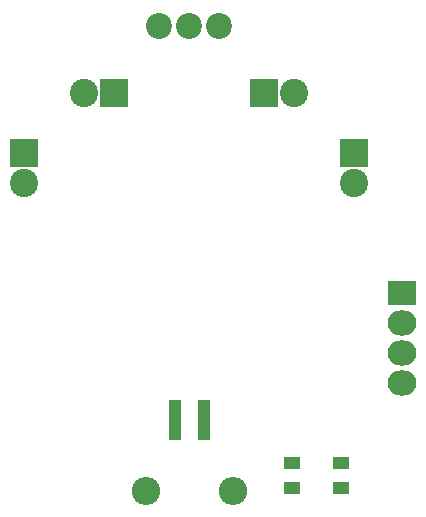
<source format=gbs>
G04 #@! TF.FileFunction,Soldermask,Bot*
%FSLAX46Y46*%
G04 Gerber Fmt 4.6, Leading zero omitted, Abs format (unit mm)*
G04 Created by KiCad (PCBNEW 4.0.1-stable) date 2017/04/12 14:46:20*
%MOMM*%
G01*
G04 APERTURE LIST*
%ADD10C,0.100000*%
%ADD11R,2.400000X2.400000*%
%ADD12C,2.400000*%
%ADD13O,2.400000X2.400000*%
%ADD14R,1.100000X3.400000*%
%ADD15R,1.450000X1.050000*%
%ADD16C,2.200000*%
%ADD17R,2.432000X2.127200*%
%ADD18O,2.432000X2.127200*%
G04 APERTURE END LIST*
D10*
D11*
X113970000Y-91110000D03*
D12*
X113970000Y-93650000D03*
D11*
X86030000Y-91110000D03*
D12*
X86030000Y-93650000D03*
D11*
X106350000Y-86030000D03*
D12*
X108890000Y-86030000D03*
D11*
X93650000Y-86030000D03*
D12*
X91110000Y-86030000D03*
D13*
X96300000Y-119685000D03*
X103700000Y-119685000D03*
D14*
X98800000Y-113685000D03*
X101200000Y-113685000D03*
D15*
X112870000Y-117340000D03*
X108720000Y-117340000D03*
X108720000Y-119490000D03*
X112870000Y-119490000D03*
D16*
X102540000Y-80315000D03*
X100000000Y-80315000D03*
X97460000Y-80315000D03*
D17*
X118000000Y-103000000D03*
D18*
X118000000Y-105540000D03*
X118000000Y-108080000D03*
X118000000Y-110620000D03*
M02*

</source>
